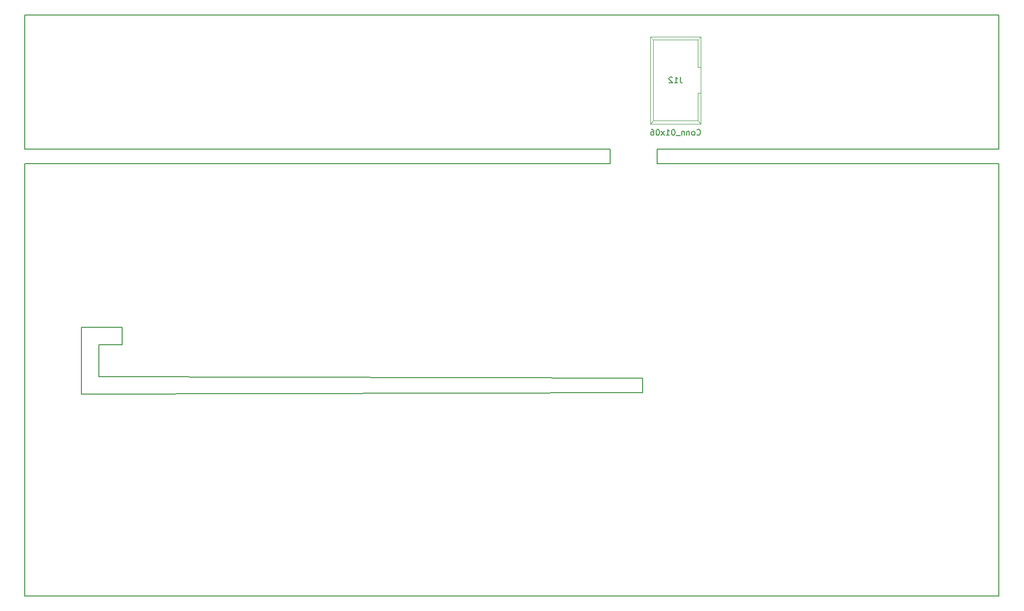
<source format=gbr>
%TF.GenerationSoftware,KiCad,Pcbnew,(5.0.0)*%
%TF.CreationDate,2018-09-14T20:48:29+01:00*%
%TF.ProjectId,AquaHub,417175614875622E6B696361645F7063,rev?*%
%TF.SameCoordinates,Original*%
%TF.FileFunction,Other,Fab,Bot*%
%FSLAX46Y46*%
G04 Gerber Fmt 4.6, Leading zero omitted, Abs format (unit mm)*
G04 Created by KiCad (PCBNEW (5.0.0)) date 09/14/18 20:48:29*
%MOMM*%
%LPD*%
G01*
G04 APERTURE LIST*
%ADD10C,0.200000*%
%ADD11C,0.100000*%
%ADD12C,0.150000*%
G04 APERTURE END LIST*
D10*
X55118000Y-106680000D02*
X48006000Y-106680000D01*
X55118000Y-109728000D02*
X55118000Y-106680000D01*
X51054000Y-109728000D02*
X55118000Y-109728000D01*
X146050000Y-115570000D02*
X146050000Y-118110000D01*
X140335000Y-78105000D02*
X140335000Y-75565000D01*
X148590000Y-75565000D02*
X148590000Y-78105000D01*
X148590000Y-78105000D02*
X208280000Y-78105000D01*
X208280000Y-75565000D02*
X148590000Y-75565000D01*
X208280000Y-52070000D02*
X208280000Y-75565000D01*
X38100000Y-52070000D02*
X208280000Y-52070000D01*
X38100000Y-75565000D02*
X38100000Y-52070000D01*
X140335000Y-75565000D02*
X38100000Y-75565000D01*
X48006000Y-118364000D02*
X48006000Y-106680000D01*
X146050000Y-118110000D02*
X48006000Y-118364000D01*
X51054000Y-115316000D02*
X146050000Y-115570000D01*
X51054000Y-109728000D02*
X51054000Y-115316000D01*
X38100000Y-153670000D02*
X208280000Y-153670000D01*
X38100000Y-78105000D02*
X38100000Y-153670000D01*
X140335000Y-78105000D02*
X38100000Y-78105000D01*
X208280000Y-78105000D02*
X208280000Y-153670000D01*
D11*
X147340000Y-55860000D02*
X147340000Y-71140000D01*
X147890000Y-56400000D02*
X147890000Y-70580000D01*
X156190000Y-55860000D02*
X156190000Y-71140000D01*
X155640000Y-56400000D02*
X155640000Y-61250000D01*
X155640000Y-65750000D02*
X155640000Y-70580000D01*
X155640000Y-61250000D02*
X156190000Y-61250000D01*
X155640000Y-65750000D02*
X156190000Y-65750000D01*
X147340000Y-55860000D02*
X156190000Y-55860000D01*
X147890000Y-56400000D02*
X155640000Y-56400000D01*
X147340000Y-71140000D02*
X156190000Y-71140000D01*
X147890000Y-70580000D02*
X155640000Y-70580000D01*
X147340000Y-55860000D02*
X147890000Y-56400000D01*
X147340000Y-71140000D02*
X147890000Y-70580000D01*
X156190000Y-55860000D02*
X155640000Y-56400000D01*
X156190000Y-71140000D02*
X155640000Y-70580000D01*
D12*
X155503095Y-73001142D02*
X155550714Y-73048761D01*
X155693571Y-73096380D01*
X155788809Y-73096380D01*
X155931666Y-73048761D01*
X156026904Y-72953523D01*
X156074523Y-72858285D01*
X156122142Y-72667809D01*
X156122142Y-72524952D01*
X156074523Y-72334476D01*
X156026904Y-72239238D01*
X155931666Y-72144000D01*
X155788809Y-72096380D01*
X155693571Y-72096380D01*
X155550714Y-72144000D01*
X155503095Y-72191619D01*
X154931666Y-73096380D02*
X155026904Y-73048761D01*
X155074523Y-73001142D01*
X155122142Y-72905904D01*
X155122142Y-72620190D01*
X155074523Y-72524952D01*
X155026904Y-72477333D01*
X154931666Y-72429714D01*
X154788809Y-72429714D01*
X154693571Y-72477333D01*
X154645952Y-72524952D01*
X154598333Y-72620190D01*
X154598333Y-72905904D01*
X154645952Y-73001142D01*
X154693571Y-73048761D01*
X154788809Y-73096380D01*
X154931666Y-73096380D01*
X154169761Y-72429714D02*
X154169761Y-73096380D01*
X154169761Y-72524952D02*
X154122142Y-72477333D01*
X154026904Y-72429714D01*
X153884047Y-72429714D01*
X153788809Y-72477333D01*
X153741190Y-72572571D01*
X153741190Y-73096380D01*
X153265000Y-72429714D02*
X153265000Y-73096380D01*
X153265000Y-72524952D02*
X153217380Y-72477333D01*
X153122142Y-72429714D01*
X152979285Y-72429714D01*
X152884047Y-72477333D01*
X152836428Y-72572571D01*
X152836428Y-73096380D01*
X152598333Y-73191619D02*
X151836428Y-73191619D01*
X151407857Y-72096380D02*
X151312619Y-72096380D01*
X151217380Y-72144000D01*
X151169761Y-72191619D01*
X151122142Y-72286857D01*
X151074523Y-72477333D01*
X151074523Y-72715428D01*
X151122142Y-72905904D01*
X151169761Y-73001142D01*
X151217380Y-73048761D01*
X151312619Y-73096380D01*
X151407857Y-73096380D01*
X151503095Y-73048761D01*
X151550714Y-73001142D01*
X151598333Y-72905904D01*
X151645952Y-72715428D01*
X151645952Y-72477333D01*
X151598333Y-72286857D01*
X151550714Y-72191619D01*
X151503095Y-72144000D01*
X151407857Y-72096380D01*
X150122142Y-73096380D02*
X150693571Y-73096380D01*
X150407857Y-73096380D02*
X150407857Y-72096380D01*
X150503095Y-72239238D01*
X150598333Y-72334476D01*
X150693571Y-72382095D01*
X149788809Y-73096380D02*
X149265000Y-72429714D01*
X149788809Y-72429714D02*
X149265000Y-73096380D01*
X148693571Y-72096380D02*
X148598333Y-72096380D01*
X148503095Y-72144000D01*
X148455476Y-72191619D01*
X148407857Y-72286857D01*
X148360238Y-72477333D01*
X148360238Y-72715428D01*
X148407857Y-72905904D01*
X148455476Y-73001142D01*
X148503095Y-73048761D01*
X148598333Y-73096380D01*
X148693571Y-73096380D01*
X148788809Y-73048761D01*
X148836428Y-73001142D01*
X148884047Y-72905904D01*
X148931666Y-72715428D01*
X148931666Y-72477333D01*
X148884047Y-72286857D01*
X148836428Y-72191619D01*
X148788809Y-72144000D01*
X148693571Y-72096380D01*
X147503095Y-72096380D02*
X147693571Y-72096380D01*
X147788809Y-72144000D01*
X147836428Y-72191619D01*
X147931666Y-72334476D01*
X147979285Y-72524952D01*
X147979285Y-72905904D01*
X147931666Y-73001142D01*
X147884047Y-73048761D01*
X147788809Y-73096380D01*
X147598333Y-73096380D01*
X147503095Y-73048761D01*
X147455476Y-73001142D01*
X147407857Y-72905904D01*
X147407857Y-72667809D01*
X147455476Y-72572571D01*
X147503095Y-72524952D01*
X147598333Y-72477333D01*
X147788809Y-72477333D01*
X147884047Y-72524952D01*
X147931666Y-72572571D01*
X147979285Y-72667809D01*
X152574523Y-62952380D02*
X152574523Y-63666666D01*
X152622142Y-63809523D01*
X152717380Y-63904761D01*
X152860238Y-63952380D01*
X152955476Y-63952380D01*
X151574523Y-63952380D02*
X152145952Y-63952380D01*
X151860238Y-63952380D02*
X151860238Y-62952380D01*
X151955476Y-63095238D01*
X152050714Y-63190476D01*
X152145952Y-63238095D01*
X151193571Y-63047619D02*
X151145952Y-63000000D01*
X151050714Y-62952380D01*
X150812619Y-62952380D01*
X150717380Y-63000000D01*
X150669761Y-63047619D01*
X150622142Y-63142857D01*
X150622142Y-63238095D01*
X150669761Y-63380952D01*
X151241190Y-63952380D01*
X150622142Y-63952380D01*
M02*

</source>
